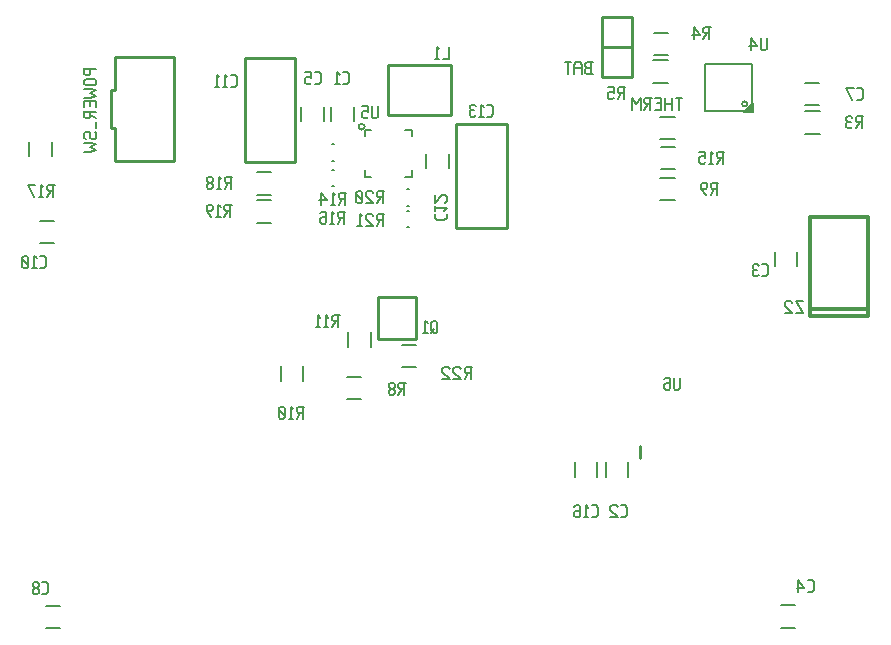
<source format=gbr>
G04 start of page 10 for group -4078 idx -4078 *
G04 Title: (unknown), bottomsilk *
G04 Creator: pcb 4.2.0 *
G04 CreationDate: Thu Mar 26 12:54:29 2020 UTC *
G04 For: blinken *
G04 Format: Gerber/RS-274X *
G04 PCB-Dimensions (mm): 90.16 90.16 *
G04 PCB-Coordinate-Origin: lower left *
%MOMM*%
%FSLAX43Y43*%
%LNBOTTOMSILK*%
%ADD93C,0.200*%
%ADD92C,0.300*%
%ADD91C,0.198*%
%ADD90C,0.127*%
%ADD89C,0.155*%
%ADD88C,0.254*%
%ADD87C,0.203*%
%ADD86C,0.250*%
G54D86*X58799Y51960D02*Y50980D01*
X58809Y50970D01*
G54D87*X30116Y80666D02*Y79466D01*
X32016Y80666D02*Y79466D01*
X32630Y80658D02*Y79459D01*
X34530Y80658D02*Y79459D01*
G54D88*X25298Y84842D02*X29598D01*
X25298D02*Y76042D01*
X29598D01*
Y84842D02*Y76042D01*
G54D89*X38895Y74760D02*X39460D01*
Y75325D02*Y74760D01*
X35460D02*X36025D01*
X35460Y75325D02*Y74760D01*
X39460Y78760D02*Y78195D01*
X38895Y78760D02*X39460D01*
X35460D02*Y78195D01*
Y78760D02*X36025D01*
X35210Y79260D02*G75*G03X35210Y79260I0J-250D01*G01*
G54D87*X39040Y71900D02*X39240D01*
X39040Y70500D02*X39240D01*
X39050Y72300D02*X39250D01*
X39050Y73700D02*X39250D01*
G54D88*X43181Y79234D02*X47481D01*
X43181D02*Y70434D01*
X47481D01*
Y79234D02*Y70434D01*
G54D87*X40694Y76719D02*Y75519D01*
X42594Y76719D02*Y75519D01*
X32693Y76140D02*X32893D01*
X32693Y77539D02*X32893D01*
X32697Y75354D02*X32897D01*
X32697Y73955D02*X32897D01*
G54D88*X37451Y80019D02*X42751D01*
Y84219D02*Y80019D01*
X37451Y84219D02*X42751D01*
X37451D02*Y80019D01*
G54D87*X60506Y77971D02*X61706D01*
X60506Y79871D02*X61706D01*
X59933Y86947D02*X61133D01*
X59933Y85047D02*X61133D01*
X59917Y84627D02*X61117D01*
X59917Y82727D02*X61117D01*
X60524Y75419D02*X61723D01*
X60524Y77319D02*X61723D01*
G54D90*X67541Y80240D02*X68341Y81040D01*
Y80240D01*
X67541D02*X68341D01*
X68239Y80839D02*X67741Y80341D01*
X68239Y80740D02*X67840Y80341D01*
X67939D01*
X68239Y80641D01*
Y80539D01*
X68041Y80341D01*
X68239Y80839D02*Y80641D01*
Y80941D02*Y80740D01*
Y84339D02*Y80341D01*
X64241Y84339D02*X68239D01*
X64241D02*Y80341D01*
X68239D01*
G54D91*X67865Y80943D02*G75*G03X67865Y80943I-223J0D01*G01*
G54D88*X58088Y88290D02*Y83210D01*
X55548D02*X58088D01*
X55548Y88290D02*Y83210D01*
Y88290D02*X58088D01*
X55548Y85750D02*X58088D01*
X55548Y88290D02*Y85750D01*
G54D87*X60508Y74683D02*X61708D01*
X60508Y72783D02*X61708D01*
X7063Y77712D02*Y76512D01*
X8963Y77712D02*Y76512D01*
X26374Y72781D02*X27574D01*
X26374Y70881D02*X27574D01*
X26344Y75157D02*X27544D01*
X26344Y73257D02*X27544D01*
G54D88*X36586Y61041D02*Y64572D01*
X39838D01*
Y61041D01*
X36586D01*
G54D87*X7947Y69127D02*X9147D01*
X7947Y71027D02*X9147D01*
G54D88*X14289Y76083D02*X19289D01*
X14289Y84883D02*X19289D01*
Y76083D01*
X14289Y84883D02*Y82083D01*
X13989D02*X14289D01*
X13989D02*Y78883D01*
X14289D01*
Y76083D01*
G54D87*X72070Y68400D02*Y67200D01*
X70170Y68400D02*Y67200D01*
G54D92*X78080Y71360D02*Y62960D01*
X73140Y71360D02*X78080D01*
X73140D02*Y62960D01*
X78080D01*
X73140Y63560D02*X78080D01*
G54D87*X72783Y80321D02*X73983D01*
X72783Y78422D02*X73983D01*
X72774Y82718D02*X73974D01*
X72774Y80818D02*X73974D01*
X70742Y36580D02*X71942D01*
X70743Y38480D02*X71942D01*
X9693Y38430D02*X8494D01*
X9693Y36530D02*X8494Y36531D01*
X38601Y60524D02*X39801D01*
X38601Y58624D02*X39801D01*
X30254Y58718D02*Y57518D01*
X28354Y58718D02*Y57518D01*
X33948Y57825D02*X35148D01*
X33948Y55925D02*X35148D01*
X34095Y61592D02*Y60392D01*
X35995Y61592D02*Y60392D01*
X57798Y50583D02*Y49383D01*
X55898Y50583D02*Y49383D01*
X55178Y50587D02*Y49387D01*
X53278Y50587D02*Y49387D01*
G54D93*X42579Y84785D02*Y85801D01*
X42071Y84785D02*X42579D01*
X41766Y85598D02*X41563Y85801D01*
Y84785D02*Y85801D01*
X41385Y84785D02*X41766D01*
X33654Y82599D02*X33984D01*
X34162Y82777D02*X33984Y82599D01*
X34162Y82777D02*Y83437D01*
X33984Y83615D01*
X33654D02*X33984D01*
X33349Y83412D02*X33146Y83615D01*
Y82599D02*Y83615D01*
X32968Y82599D02*X33349D01*
X36594Y79852D02*Y80741D01*
Y79852D02*X36467Y79725D01*
X36213D02*X36467D01*
X36213D02*X36086Y79852D01*
Y80741D01*
X35273D02*X35781D01*
Y80233D02*Y80741D01*
Y80233D02*X35654Y80360D01*
X35400D02*X35654D01*
X35400D02*X35273Y80233D01*
Y79852D02*Y80233D01*
X35400Y79725D02*X35273Y79852D01*
X35400Y79725D02*X35654D01*
X35781Y79852D02*X35654Y79725D01*
X36632Y73546D02*X37140D01*
X36632D02*X36505Y73419D01*
Y73165D02*Y73419D01*
X36632Y73038D02*X36505Y73165D01*
X36632Y73038D02*X37013D01*
Y72530D02*Y73546D01*
X36810Y73038D02*X36505Y72530D01*
X36200Y73419D02*X36073Y73546D01*
X35692D02*X36073D01*
X35692D02*X35565Y73419D01*
Y73165D02*Y73419D01*
X36200Y72530D02*X35565Y73165D01*
Y72530D02*X36200D01*
X35260Y72657D02*X35133Y72530D01*
X35260Y72657D02*Y73419D01*
X35133Y73546D01*
X34879D02*X35133D01*
X34879D02*X34752Y73419D01*
Y72657D02*Y73419D01*
X34879Y72530D02*X34752Y72657D01*
X34879Y72530D02*X35133D01*
X35260Y72784D02*X34752Y73292D01*
X33393Y73417D02*X33901D01*
X33393D02*X33266Y73290D01*
Y73036D02*Y73290D01*
X33393Y72909D02*X33266Y73036D01*
X33393Y72909D02*X33774D01*
Y72401D02*Y73417D01*
X33570Y72909D02*X33266Y72401D01*
X32961Y73214D02*X32758Y73417D01*
Y72401D02*Y73417D01*
X32580Y72401D02*X32961D01*
X32275Y72782D02*X31767Y73417D01*
X31640Y72782D02*X32275D01*
X31767Y72401D02*Y73417D01*
X33323Y71808D02*X33831D01*
X33323D02*X33196Y71681D01*
Y71427D02*Y71681D01*
X33323Y71300D02*X33196Y71427D01*
X33323Y71300D02*X33704D01*
Y70792D02*Y71808D01*
X33501Y71300D02*X33196Y70792D01*
X32891Y71605D02*X32688Y71808D01*
Y70792D02*Y71808D01*
X32510Y70792D02*X32891D01*
X31824Y71808D02*X31697Y71681D01*
X31824Y71808D02*X32078D01*
X32205Y71681D02*X32078Y71808D01*
X32205Y70919D02*Y71681D01*
Y70919D02*X32078Y70792D01*
X31824Y71351D02*X31697Y71224D01*
X31824Y71351D02*X32205D01*
X31824Y70792D02*X32078D01*
X31824D02*X31697Y70919D01*
Y71224D01*
X45858Y79869D02*X46188D01*
X46366Y80047D02*X46188Y79869D01*
X46366Y80047D02*Y80707D01*
X46188Y80885D01*
X45858D02*X46188D01*
X45553Y80682D02*X45350Y80885D01*
Y79869D02*Y80885D01*
X45172Y79869D02*X45553D01*
X44867Y80758D02*X44740Y80885D01*
X44486D02*X44740D01*
X44486D02*X44359Y80758D01*
X44486Y79869D02*X44359Y79996D01*
X44486Y79869D02*X44740D01*
X44867Y79996D02*X44740Y79869D01*
X44486Y80428D02*X44740D01*
X44359Y80555D02*Y80758D01*
Y79996D02*Y80301D01*
X44486Y80428D01*
X44359Y80555D02*X44486Y80428D01*
X31257Y82601D02*X31587D01*
X31765Y82779D02*X31587Y82601D01*
X31765Y82779D02*Y83440D01*
X31587Y83617D01*
X31257D02*X31587D01*
X30444D02*X30952D01*
Y83109D02*Y83617D01*
Y83109D02*X30825Y83236D01*
X30571D02*X30825D01*
X30571D02*X30444Y83109D01*
Y82728D02*Y83109D01*
X30571Y82601D02*X30444Y82728D01*
X30571Y82601D02*X30825D01*
X30952Y82728D02*X30825Y82601D01*
X54269Y83458D02*X54777D01*
X54269D02*X54142Y83585D01*
Y83890D01*
X54269Y84017D02*X54142Y83890D01*
X54269Y84017D02*X54650D01*
Y83458D02*Y84474D01*
X54269D02*X54777D01*
X54269D02*X54142Y84347D01*
Y84144D02*Y84347D01*
X54269Y84017D02*X54142Y84144D01*
X53837Y83458D02*Y84220D01*
X53660Y84474D01*
X53380D02*X53660D01*
X53380D02*X53202Y84220D01*
Y83458D02*Y84220D01*
Y83966D02*X53837D01*
X52390Y84474D02*X52898D01*
X52644Y83458D02*Y84474D01*
X64900Y74279D02*X65408D01*
X64900D02*X64773Y74152D01*
Y73898D02*Y74152D01*
X64900Y73771D02*X64773Y73898D01*
X64900Y73771D02*X65281D01*
Y73263D02*Y74279D01*
X65078Y73771D02*X64773Y73263D01*
X64341D02*X63960Y73771D01*
Y74152D01*
X64087Y74279D02*X63960Y74152D01*
X64087Y74279D02*X64341D01*
X64468Y74152D02*X64341Y74279D01*
X64468Y73898D02*Y74152D01*
Y73898D02*X64341Y73771D01*
X63960D02*X64341D01*
X65419Y76871D02*X65927D01*
X65419D02*X65292Y76744D01*
Y76490D02*Y76744D01*
X65419Y76363D02*X65292Y76490D01*
X65419Y76363D02*X65800D01*
Y75855D02*Y76871D01*
X65596Y76363D02*X65292Y75855D01*
X64987Y76668D02*X64784Y76871D01*
Y75855D02*Y76871D01*
X64606Y75855D02*X64987D01*
X63793Y76871D02*X64301D01*
Y76363D02*Y76871D01*
Y76363D02*X64174Y76490D01*
X63920D02*X64174D01*
X63920D02*X63793Y76363D01*
Y75982D02*Y76363D01*
X63920Y75855D02*X63793Y75982D01*
X63920Y75855D02*X64174D01*
X64301Y75982D02*X64174Y75855D01*
X8701Y74091D02*X9209D01*
X8701D02*X8574Y73964D01*
Y73710D02*Y73964D01*
X8701Y73583D02*X8574Y73710D01*
X8701Y73583D02*X9082D01*
Y73075D02*Y74091D01*
X8879Y73583D02*X8574Y73075D01*
X8269Y73888D02*X8066Y74091D01*
Y73075D02*Y74091D01*
X7888Y73075D02*X8269D01*
X7456D02*X6948Y74091D01*
X7583D01*
X23715Y72392D02*X24223D01*
X23715D02*X23588Y72265D01*
Y72011D02*Y72265D01*
X23715Y71884D02*X23588Y72011D01*
X23715Y71884D02*X24096D01*
Y71376D02*Y72392D01*
X23893Y71884D02*X23588Y71376D01*
X23283Y72189D02*X23080Y72392D01*
Y71376D02*Y72392D01*
X22902Y71376D02*X23283D01*
X22471D02*X22090Y71884D01*
Y72265D01*
X22217Y72392D02*X22090Y72265D01*
X22217Y72392D02*X22471D01*
X22598Y72265D02*X22471Y72392D01*
X22598Y72011D02*Y72265D01*
Y72011D02*X22471Y71884D01*
X22090D02*X22471D01*
X23736Y74753D02*X24244D01*
X23736D02*X23609Y74626D01*
Y74372D02*Y74626D01*
X23736Y74245D02*X23609Y74372D01*
X23736Y74245D02*X24117D01*
Y73737D02*Y74753D01*
X23914Y74245D02*X23609Y73737D01*
X23304Y74550D02*X23101Y74753D01*
Y73737D02*Y74753D01*
X22923Y73737D02*X23304D01*
X22618Y73864D02*X22491Y73737D01*
X22618Y73864D02*Y74067D01*
X22440Y74245D01*
X22288D02*X22440D01*
X22288D02*X22110Y74067D01*
Y73864D02*Y74067D01*
X22237Y73737D02*X22110Y73864D01*
X22237Y73737D02*X22491D01*
X22618Y74422D02*X22440Y74245D01*
X22618Y74422D02*Y74626D01*
X22491Y74753D01*
X22237D02*X22491D01*
X22237D02*X22110Y74626D01*
Y74422D02*Y74626D01*
X22288Y74245D02*X22110Y74422D01*
X7987Y67046D02*X8317D01*
X8495Y67224D02*X8317Y67046D01*
X8495Y67224D02*Y67884D01*
X8317Y68062D01*
X7987D02*X8317D01*
X7682Y67859D02*X7479Y68062D01*
Y67046D02*Y68062D01*
X7301Y67046D02*X7682D01*
X6996Y67173D02*X6869Y67046D01*
X6996Y67173D02*Y67935D01*
X6869Y68062D01*
X6615D02*X6869D01*
X6615D02*X6488Y67935D01*
Y67173D02*Y67935D01*
X6615Y67046D02*X6488Y67173D01*
X6615Y67046D02*X6869D01*
X6996Y67300D02*X6488Y67808D01*
X11743Y83856D02*X12759D01*
X11743Y83475D02*Y83983D01*
Y83475D02*X11870Y83348D01*
X12124D01*
X12251Y83475D02*X12124Y83348D01*
X12251Y83475D02*Y83856D01*
X11870Y83043D02*X12632D01*
X11870D02*X11743Y82916D01*
Y82662D02*Y82916D01*
Y82662D02*X11870Y82535D01*
X12632D01*
X12759Y82662D02*X12632Y82535D01*
X12759Y82662D02*Y82916D01*
X12632Y83043D02*X12759Y82916D01*
X11743Y82230D02*X12251D01*
X12759Y82103D01*
X12251Y81849D01*
X12759Y81595D01*
X12251Y81468D01*
X11743D02*X12251D01*
X12200Y80783D02*Y81164D01*
X12759Y80656D02*Y81164D01*
X11743D02*X12759D01*
X11743Y80656D02*Y81164D01*
Y79843D02*Y80351D01*
Y79843D02*X11870Y79716D01*
X12124D01*
X12251Y79843D02*X12124Y79716D01*
X12251Y79843D02*Y80224D01*
X11743D02*X12759D01*
X12251Y80021D02*X12759Y79716D01*
Y78903D02*Y79411D01*
X11743Y78090D02*X11870Y77963D01*
X11743Y78090D02*Y78471D01*
X11870Y78598D02*X11743Y78471D01*
X11870Y78598D02*X12124D01*
X12251Y78471D01*
Y78090D02*Y78471D01*
Y78090D02*X12378Y77963D01*
X12632D01*
X12759Y78090D02*X12632Y77963D01*
X12759Y78090D02*Y78471D01*
X12632Y78598D02*X12759Y78471D01*
X11743Y77658D02*X12251D01*
X12759Y77531D01*
X12251Y77277D01*
X12759Y77023D01*
X12251Y76896D01*
X11743D02*X12251D01*
X24138Y82396D02*X24469D01*
X24646Y82574D02*X24469Y82396D01*
X24646Y82574D02*Y83234D01*
X24469Y83412D01*
X24138D02*X24469D01*
X23834Y83209D02*X23630Y83412D01*
Y82396D02*Y83412D01*
X23453Y82396D02*X23834D01*
X23148Y83209D02*X22945Y83412D01*
Y82396D02*Y83412D01*
X22767Y82396D02*X23148D01*
X36612Y71616D02*X37120D01*
X36612D02*X36485Y71489D01*
Y71235D02*Y71489D01*
X36612Y71108D02*X36485Y71235D01*
X36612Y71108D02*X36993D01*
Y70600D02*Y71616D01*
X36790Y71108D02*X36485Y70600D01*
X36180Y71489D02*X36053Y71616D01*
X35672D02*X36053D01*
X35672D02*X35545Y71489D01*
Y71235D02*Y71489D01*
X36180Y70600D02*X35545Y71235D01*
Y70600D02*X36180D01*
X35240Y71413D02*X35037Y71616D01*
Y70600D02*Y71616D01*
X34859Y70600D02*X35240D01*
X41619Y61663D02*Y62425D01*
X41492Y62552D01*
X41238D02*X41492D01*
X41238D02*X41111Y62425D01*
Y61790D02*Y62425D01*
X41365Y61536D02*X41111Y61790D01*
X41365Y61536D02*X41492D01*
X41619Y61663D02*X41492Y61536D01*
X41365Y61917D02*X41111Y61536D01*
X40806Y62349D02*X40603Y62552D01*
Y61536D02*Y62552D01*
X40425Y61536D02*X40806D01*
X41387Y71265D02*Y71595D01*
X41565Y71087D02*X41387Y71265D01*
X41565Y71087D02*X42225D01*
X42403Y71265D01*
Y71595D01*
X42200Y71900D02*X42403Y72103D01*
X41387D02*X42403D01*
X41387Y71900D02*Y72281D01*
X42276Y72586D02*X42403Y72713D01*
Y73094D01*
X42276Y73221D01*
X42022D02*X42276D01*
X41387Y72586D02*X42022Y73221D01*
X41387Y72586D02*Y73221D01*
X32834Y63052D02*X33342D01*
X32834D02*X32707Y62924D01*
Y62670D02*Y62924D01*
X32834Y62544D02*X32707Y62670D01*
X32834Y62544D02*X33215D01*
Y62036D02*Y63052D01*
X33012Y62544D02*X32707Y62036D01*
X32402Y62848D02*X32199Y63052D01*
Y62036D02*Y63052D01*
X32021Y62036D02*X32402D01*
X31717Y62848D02*X31513Y63052D01*
Y62036D02*Y63052D01*
X31336Y62036D02*X31717D01*
X8187Y39414D02*X8518D01*
X8695Y39592D02*X8518Y39414D01*
X8695Y39592D02*Y40252D01*
X8518Y40430D01*
X8187D02*X8518D01*
X7883Y39541D02*X7756Y39414D01*
X7883Y39541D02*Y39744D01*
X7705Y39922D01*
X7552D02*X7705D01*
X7552D02*X7375Y39744D01*
Y39541D02*Y39744D01*
X7502Y39414D02*X7375Y39541D01*
X7502Y39414D02*X7756D01*
X7883Y40100D02*X7705Y39922D01*
X7883Y40100D02*Y40303D01*
X7756Y40430D01*
X7502D02*X7756D01*
X7502D02*X7375Y40303D01*
Y40100D02*Y40303D01*
X7552Y39922D02*X7375Y40100D01*
X57208Y45926D02*X57538D01*
X57716Y46104D02*X57538Y45926D01*
X57716Y46104D02*Y46764D01*
X57538Y46942D01*
X57208D02*X57538D01*
X56903Y46815D02*X56776Y46942D01*
X56395D02*X56776D01*
X56395D02*X56268Y46815D01*
Y46561D02*Y46815D01*
X56903Y45926D02*X56268Y46561D01*
Y45926D02*X56903D01*
X54718Y45926D02*X55048D01*
X55226Y46104D02*X55048Y45926D01*
X55226Y46104D02*Y46764D01*
X55048Y46942D01*
X54718D02*X55048D01*
X54413Y46738D02*X54210Y46942D01*
Y45926D02*Y46942D01*
X54032Y45926D02*X54413D01*
X53347Y46942D02*X53220Y46815D01*
X53347Y46942D02*X53601D01*
X53728Y46815D02*X53601Y46942D01*
X53728Y46053D02*Y46815D01*
Y46053D02*X53601Y45926D01*
X53347Y46484D02*X53220Y46358D01*
X53347Y46484D02*X53728D01*
X53347Y45926D02*X53601D01*
X53347D02*X53220Y46053D01*
Y46358D01*
X44052Y58626D02*X44560D01*
X44052D02*X43925Y58499D01*
Y58245D02*Y58499D01*
X44052Y58118D02*X43925Y58245D01*
X44052Y58118D02*X44433D01*
Y57610D02*Y58626D01*
X44230Y58118D02*X43925Y57610D01*
X43620Y58499D02*X43493Y58626D01*
X43112D02*X43493D01*
X43112D02*X42985Y58499D01*
Y58245D02*Y58499D01*
X43620Y57610D02*X42985Y58245D01*
Y57610D02*X43620D01*
X42680Y58499D02*X42553Y58626D01*
X42172D02*X42553D01*
X42172D02*X42045Y58499D01*
Y58245D02*Y58499D01*
X42680Y57610D02*X42045Y58245D01*
Y57610D02*X42680D01*
X38440Y57321D02*X38948D01*
X38440D02*X38313Y57194D01*
Y56940D02*Y57194D01*
X38440Y56813D02*X38313Y56940D01*
X38440Y56813D02*X38821D01*
Y56305D02*Y57321D01*
X38618Y56813D02*X38313Y56305D01*
X38008Y56432D02*X37881Y56305D01*
X38008Y56432D02*Y56635D01*
X37830Y56813D01*
X37678D02*X37830D01*
X37678D02*X37500Y56635D01*
Y56432D02*Y56635D01*
X37627Y56305D02*X37500Y56432D01*
X37627Y56305D02*X37881D01*
X38008Y56991D02*X37830Y56813D01*
X38008Y56991D02*Y57194D01*
X37881Y57321D01*
X37627D02*X37881D01*
X37627D02*X37500Y57194D01*
Y56991D02*Y57194D01*
X37678Y56813D02*X37500Y56991D01*
X29834Y55310D02*X30342D01*
X29834D02*X29708Y55183D01*
Y54929D02*Y55183D01*
X29834Y54802D02*X29708Y54929D01*
X29834Y54802D02*X30216D01*
Y54294D02*Y55310D01*
X30012Y54802D02*X29708Y54294D01*
X29403Y55107D02*X29199Y55310D01*
Y54294D02*Y55310D01*
X29022Y54294D02*X29403D01*
X28717Y54421D02*X28590Y54294D01*
X28717Y54421D02*Y55183D01*
X28590Y55310D01*
X28336D02*X28590D01*
X28336D02*X28209Y55183D01*
Y54421D02*Y55183D01*
X28336Y54294D02*X28209Y54421D01*
X28336Y54294D02*X28590D01*
X28717Y54548D02*X28209Y55056D01*
X62144Y56856D02*Y57745D01*
Y56856D02*X62017Y56729D01*
X61763D02*X62017D01*
X61763D02*X61636Y56856D01*
Y57745D01*
X60950D02*X60823Y57618D01*
X60950Y57745D02*X61204D01*
X61331Y57618D02*X61204Y57745D01*
X61331Y56856D02*Y57618D01*
Y56856D02*X61204Y56729D01*
X60950Y57288D02*X60823Y57160D01*
X60950Y57288D02*X61331D01*
X60950Y56729D02*X61204D01*
X60950D02*X60823Y56856D01*
Y57160D01*
X72986Y39586D02*X73316D01*
X73494Y39764D02*X73316Y39586D01*
X73494Y39764D02*Y40424D01*
X73316Y40602D01*
X72986D02*X73316D01*
X72681Y39967D02*X72173Y40602D01*
X72046Y39967D02*X72681D01*
X72173Y39586D02*Y40602D01*
X69490Y85598D02*Y86487D01*
Y85598D02*X69363Y85471D01*
X69109D02*X69363D01*
X69109D02*X68982Y85598D01*
Y86487D01*
X68677Y85852D02*X68169Y86487D01*
X68042Y85852D02*X68677D01*
X68169Y85471D02*Y86487D01*
X64257Y87417D02*X64765D01*
X64257D02*X64130Y87290D01*
Y87036D02*Y87290D01*
X64257Y86909D02*X64130Y87036D01*
X64257Y86909D02*X64638D01*
Y86401D02*Y87417D01*
X64435Y86909D02*X64130Y86401D01*
X63826Y86782D02*X63318Y87417D01*
X63191Y86782D02*X63826D01*
X63318Y86401D02*Y87417D01*
X61820Y81464D02*X62328D01*
X62074Y80448D02*Y81464D01*
X61515Y80448D02*Y81464D01*
X60880Y80448D02*Y81464D01*
Y80956D02*X61515D01*
X60194Y81007D02*X60575D01*
X60067Y80448D02*X60575D01*
Y81464D01*
X60067D02*X60575D01*
X59255D02*X59763D01*
X59255D02*X59128Y81337D01*
Y81083D02*Y81337D01*
X59255Y80956D02*X59128Y81083D01*
X59255Y80956D02*X59636D01*
Y80448D02*Y81464D01*
X59432Y80956D02*X59128Y80448D01*
X58823D02*Y81464D01*
X58442Y80956D01*
X58061Y81464D01*
Y80448D02*Y81464D01*
X57007Y82344D02*X57515D01*
X57007D02*X56880Y82218D01*
Y81964D02*Y82218D01*
X57007Y81836D02*X56880Y81964D01*
X57007Y81836D02*X57388D01*
Y81328D02*Y82344D01*
X57185Y81836D02*X56880Y81328D01*
X56067Y82344D02*X56575D01*
Y81836D02*Y82344D01*
Y81836D02*X56448Y81964D01*
X56194D02*X56448D01*
X56194D02*X56067Y81836D01*
Y81456D02*Y81836D01*
X56194Y81328D02*X56067Y81456D01*
X56194Y81328D02*X56448D01*
X56575Y81456D02*X56448Y81328D01*
X69142Y66350D02*X69472D01*
X69650Y66528D02*X69472Y66350D01*
X69650Y66528D02*Y67188D01*
X69472Y67366D01*
X69142D02*X69472D01*
X68837Y67239D02*X68710Y67366D01*
X68456D02*X68710D01*
X68456D02*X68329Y67239D01*
X68456Y66350D02*X68329Y66477D01*
X68456Y66350D02*X68710D01*
X68837Y66477D02*X68710Y66350D01*
X68456Y66909D02*X68710D01*
X68329Y67036D02*Y67239D01*
Y66477D02*Y66782D01*
X68456Y66909D01*
X68329Y67036D02*X68456Y66909D01*
X71965Y64246D02*X72600D01*
Y63230D02*X71965Y64246D01*
Y63230D02*X72600D01*
X71660Y64119D02*X71533Y64246D01*
X71152D02*X71533D01*
X71152D02*X71025Y64119D01*
Y63865D02*Y64119D01*
X71660Y63230D02*X71025Y63865D01*
Y63230D02*X71660D01*
X77185Y79898D02*X77693D01*
X77185D02*X77058Y79771D01*
Y79517D02*Y79771D01*
X77185Y79390D02*X77058Y79517D01*
X77185Y79390D02*X77566D01*
Y78882D02*Y79898D01*
X77363Y79390D02*X77058Y78882D01*
X76753Y79771D02*X76626Y79898D01*
X76372D02*X76626D01*
X76372D02*X76245Y79771D01*
X76372Y78882D02*X76245Y79009D01*
X76372Y78882D02*X76626D01*
X76753Y79009D02*X76626Y78882D01*
X76372Y79440D02*X76626D01*
X76245Y79567D02*Y79771D01*
Y79009D02*Y79313D01*
X76372Y79440D01*
X76245Y79567D02*X76372Y79440D01*
X77176Y81278D02*X77506D01*
X77684Y81456D02*X77506Y81278D01*
X77684Y81456D02*Y82116D01*
X77506Y82294D01*
X77176D02*X77506D01*
X76744Y81278D02*X76236Y82294D01*
X76871D01*
M02*

</source>
